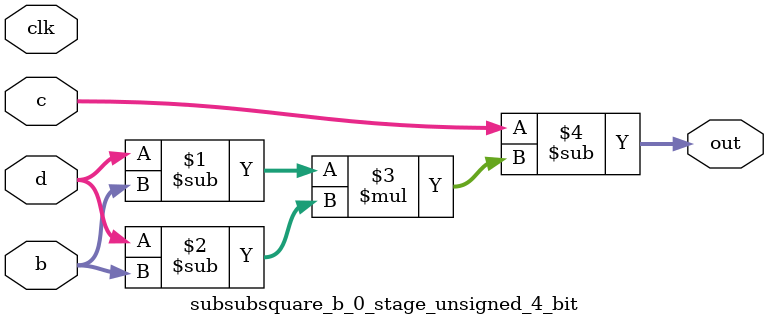
<source format=sv>
(* use_dsp = "yes" *) module subsubsquare_b_0_stage_unsigned_4_bit(
	input  [3:0] b,
	input  [3:0] c,
	input  [3:0] d,
	output [3:0] out,
	input clk);

	assign out = c - ((d - b) * (d - b));
endmodule

</source>
